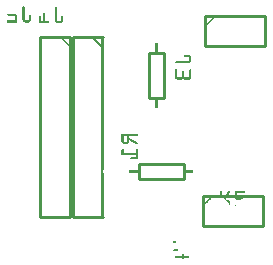
<source format=gbo>
G04 MADE WITH FRITZING*
G04 WWW.FRITZING.ORG*
G04 DOUBLE SIDED*
G04 HOLES PLATED*
G04 CONTOUR ON CENTER OF CONTOUR VECTOR*
%ASAXBY*%
%FSLAX23Y23*%
%MOIN*%
%OFA0B0*%
%SFA1.0B1.0*%
%ADD10C,0.010000*%
%ADD11C,0.005000*%
%ADD12R,0.001000X0.001000*%
%LNSILK0*%
G90*
G70*
G54D10*
X1129Y700D02*
X1129Y550D01*
D02*
X1129Y550D02*
X1179Y550D01*
D02*
X1179Y550D02*
X1179Y700D01*
D02*
X1179Y700D02*
X1129Y700D01*
D02*
X1093Y280D02*
X1243Y280D01*
D02*
X1243Y280D02*
X1243Y330D01*
D02*
X1243Y330D02*
X1093Y330D01*
D02*
X1093Y330D02*
X1093Y280D01*
D02*
X1308Y224D02*
X1508Y224D01*
D02*
X1508Y224D02*
X1508Y124D01*
D02*
X1508Y124D02*
X1308Y124D01*
D02*
X1308Y124D02*
X1308Y224D01*
D02*
X1315Y824D02*
X1515Y824D01*
D02*
X1515Y824D02*
X1515Y724D01*
D02*
X1515Y724D02*
X1315Y724D01*
D02*
X1315Y724D02*
X1315Y824D01*
D02*
X865Y755D02*
X865Y155D01*
D02*
X865Y155D02*
X765Y155D01*
D02*
X765Y155D02*
X765Y755D01*
D02*
X765Y755D02*
X865Y755D01*
D02*
X974Y154D02*
X874Y154D01*
D02*
X874Y154D02*
X874Y754D01*
D02*
X874Y754D02*
X974Y754D01*
G54D11*
D02*
X974Y719D02*
X939Y754D01*
G54D12*
X709Y856D02*
X710Y856D01*
X707Y855D02*
X711Y855D01*
X707Y854D02*
X712Y854D01*
X816Y854D02*
X819Y854D01*
X706Y853D02*
X712Y853D01*
X815Y853D02*
X820Y853D01*
X706Y852D02*
X712Y852D01*
X814Y852D02*
X820Y852D01*
X706Y851D02*
X712Y851D01*
X814Y851D02*
X820Y851D01*
X706Y850D02*
X712Y850D01*
X814Y850D02*
X820Y850D01*
X706Y849D02*
X712Y849D01*
X814Y849D02*
X820Y849D01*
X706Y848D02*
X712Y848D01*
X814Y848D02*
X820Y848D01*
X706Y847D02*
X712Y847D01*
X814Y847D02*
X820Y847D01*
X706Y846D02*
X712Y846D01*
X814Y846D02*
X820Y846D01*
X706Y845D02*
X712Y845D01*
X814Y845D02*
X820Y845D01*
X706Y844D02*
X712Y844D01*
X814Y844D02*
X820Y844D01*
X706Y843D02*
X712Y843D01*
X814Y843D02*
X820Y843D01*
X706Y842D02*
X712Y842D01*
X814Y842D02*
X820Y842D01*
X706Y841D02*
X712Y841D01*
X814Y841D02*
X820Y841D01*
X706Y840D02*
X712Y840D01*
X814Y840D02*
X820Y840D01*
X706Y839D02*
X712Y839D01*
X814Y839D02*
X820Y839D01*
X706Y838D02*
X712Y838D01*
X814Y838D02*
X820Y838D01*
X706Y837D02*
X712Y837D01*
X814Y837D02*
X820Y837D01*
X706Y836D02*
X712Y836D01*
X814Y836D02*
X820Y836D01*
X706Y835D02*
X712Y835D01*
X814Y835D02*
X820Y835D01*
X706Y834D02*
X712Y834D01*
X779Y834D02*
X780Y834D01*
X814Y834D02*
X820Y834D01*
X706Y833D02*
X712Y833D01*
X776Y833D02*
X780Y833D01*
X814Y833D02*
X820Y833D01*
X653Y832D02*
X655Y832D01*
X671Y832D02*
X682Y832D01*
X706Y832D02*
X712Y832D01*
X774Y832D02*
X780Y832D01*
X814Y832D02*
X820Y832D01*
X653Y831D02*
X684Y831D01*
X706Y831D02*
X712Y831D01*
X774Y831D02*
X780Y831D01*
X814Y831D02*
X820Y831D01*
X653Y830D02*
X685Y830D01*
X706Y830D02*
X712Y830D01*
X774Y830D02*
X780Y830D01*
X814Y830D02*
X820Y830D01*
X654Y829D02*
X685Y829D01*
X706Y829D02*
X712Y829D01*
X774Y829D02*
X780Y829D01*
X814Y829D02*
X820Y829D01*
X655Y828D02*
X686Y828D01*
X706Y828D02*
X712Y828D01*
X774Y828D02*
X780Y828D01*
X814Y828D02*
X820Y828D01*
X656Y827D02*
X686Y827D01*
X706Y827D02*
X712Y827D01*
X774Y827D02*
X780Y827D01*
X814Y827D02*
X820Y827D01*
X658Y826D02*
X686Y826D01*
X706Y826D02*
X712Y826D01*
X728Y826D02*
X732Y826D01*
X774Y826D02*
X780Y826D01*
X814Y826D02*
X820Y826D01*
X1347Y826D02*
X1348Y826D01*
X680Y825D02*
X686Y825D01*
X706Y825D02*
X712Y825D01*
X728Y825D02*
X732Y825D01*
X763Y825D02*
X764Y825D01*
X774Y825D02*
X780Y825D01*
X814Y825D02*
X820Y825D01*
X837Y825D02*
X839Y825D01*
X1346Y825D02*
X1349Y825D01*
X680Y824D02*
X686Y824D01*
X706Y824D02*
X712Y824D01*
X727Y824D02*
X733Y824D01*
X762Y824D02*
X766Y824D01*
X774Y824D02*
X780Y824D01*
X814Y824D02*
X820Y824D01*
X836Y824D02*
X840Y824D01*
X1345Y824D02*
X1350Y824D01*
X680Y823D02*
X686Y823D01*
X706Y823D02*
X712Y823D01*
X727Y823D02*
X733Y823D01*
X761Y823D02*
X766Y823D01*
X774Y823D02*
X780Y823D01*
X814Y823D02*
X820Y823D01*
X835Y823D02*
X841Y823D01*
X1344Y823D02*
X1350Y823D01*
X680Y822D02*
X686Y822D01*
X706Y822D02*
X712Y822D01*
X727Y822D02*
X733Y822D01*
X761Y822D02*
X767Y822D01*
X774Y822D02*
X780Y822D01*
X814Y822D02*
X820Y822D01*
X835Y822D02*
X841Y822D01*
X1343Y822D02*
X1349Y822D01*
X680Y821D02*
X686Y821D01*
X706Y821D02*
X712Y821D01*
X727Y821D02*
X733Y821D01*
X761Y821D02*
X767Y821D01*
X774Y821D02*
X780Y821D01*
X814Y821D02*
X820Y821D01*
X835Y821D02*
X841Y821D01*
X1342Y821D02*
X1348Y821D01*
X680Y820D02*
X686Y820D01*
X706Y820D02*
X712Y820D01*
X727Y820D02*
X733Y820D01*
X761Y820D02*
X767Y820D01*
X774Y820D02*
X780Y820D01*
X814Y820D02*
X820Y820D01*
X835Y820D02*
X841Y820D01*
X1341Y820D02*
X1347Y820D01*
X680Y819D02*
X686Y819D01*
X706Y819D02*
X712Y819D01*
X727Y819D02*
X733Y819D01*
X761Y819D02*
X767Y819D01*
X774Y819D02*
X780Y819D01*
X814Y819D02*
X820Y819D01*
X835Y819D02*
X841Y819D01*
X1340Y819D02*
X1346Y819D01*
X680Y818D02*
X686Y818D01*
X706Y818D02*
X712Y818D01*
X727Y818D02*
X733Y818D01*
X761Y818D02*
X767Y818D01*
X774Y818D02*
X780Y818D01*
X814Y818D02*
X820Y818D01*
X835Y818D02*
X841Y818D01*
X1339Y818D02*
X1345Y818D01*
X680Y817D02*
X686Y817D01*
X706Y817D02*
X712Y817D01*
X727Y817D02*
X733Y817D01*
X761Y817D02*
X767Y817D01*
X774Y817D02*
X780Y817D01*
X814Y817D02*
X820Y817D01*
X835Y817D02*
X841Y817D01*
X1338Y817D02*
X1344Y817D01*
X680Y816D02*
X686Y816D01*
X706Y816D02*
X712Y816D01*
X727Y816D02*
X733Y816D01*
X761Y816D02*
X767Y816D01*
X774Y816D02*
X780Y816D01*
X814Y816D02*
X820Y816D01*
X835Y816D02*
X841Y816D01*
X1337Y816D02*
X1343Y816D01*
X680Y815D02*
X686Y815D01*
X706Y815D02*
X712Y815D01*
X727Y815D02*
X733Y815D01*
X761Y815D02*
X767Y815D01*
X774Y815D02*
X780Y815D01*
X814Y815D02*
X820Y815D01*
X835Y815D02*
X841Y815D01*
X1336Y815D02*
X1342Y815D01*
X680Y814D02*
X686Y814D01*
X706Y814D02*
X712Y814D01*
X727Y814D02*
X733Y814D01*
X761Y814D02*
X767Y814D01*
X774Y814D02*
X780Y814D01*
X814Y814D02*
X820Y814D01*
X835Y814D02*
X841Y814D01*
X1335Y814D02*
X1341Y814D01*
X680Y813D02*
X686Y813D01*
X706Y813D02*
X712Y813D01*
X727Y813D02*
X733Y813D01*
X761Y813D02*
X767Y813D01*
X774Y813D02*
X780Y813D01*
X814Y813D02*
X820Y813D01*
X835Y813D02*
X841Y813D01*
X1334Y813D02*
X1340Y813D01*
X680Y812D02*
X686Y812D01*
X706Y812D02*
X712Y812D01*
X727Y812D02*
X733Y812D01*
X761Y812D02*
X767Y812D01*
X774Y812D02*
X780Y812D01*
X814Y812D02*
X820Y812D01*
X835Y812D02*
X841Y812D01*
X1333Y812D02*
X1339Y812D01*
X680Y811D02*
X686Y811D01*
X706Y811D02*
X713Y811D01*
X727Y811D02*
X733Y811D01*
X761Y811D02*
X767Y811D01*
X774Y811D02*
X780Y811D01*
X814Y811D02*
X820Y811D01*
X835Y811D02*
X841Y811D01*
X1332Y811D02*
X1338Y811D01*
X680Y810D02*
X686Y810D01*
X707Y810D02*
X714Y810D01*
X726Y810D02*
X733Y810D01*
X761Y810D02*
X767Y810D01*
X774Y810D02*
X780Y810D01*
X814Y810D02*
X821Y810D01*
X835Y810D02*
X841Y810D01*
X1331Y810D02*
X1337Y810D01*
X656Y809D02*
X686Y809D01*
X707Y809D02*
X732Y809D01*
X761Y809D02*
X767Y809D01*
X774Y809D02*
X780Y809D01*
X815Y809D02*
X821Y809D01*
X834Y809D02*
X841Y809D01*
X1330Y809D02*
X1336Y809D01*
X654Y808D02*
X686Y808D01*
X707Y808D02*
X732Y808D01*
X761Y808D02*
X767Y808D01*
X774Y808D02*
X781Y808D01*
X815Y808D02*
X822Y808D01*
X833Y808D02*
X841Y808D01*
X1329Y808D02*
X1334Y808D01*
X653Y807D02*
X686Y807D01*
X708Y807D02*
X731Y807D01*
X761Y807D02*
X793Y807D01*
X815Y807D02*
X840Y807D01*
X1328Y807D02*
X1333Y807D01*
X653Y806D02*
X686Y806D01*
X709Y806D02*
X731Y806D01*
X761Y806D02*
X794Y806D01*
X816Y806D02*
X840Y806D01*
X1327Y806D02*
X1332Y806D01*
X653Y805D02*
X686Y805D01*
X710Y805D02*
X730Y805D01*
X761Y805D02*
X794Y805D01*
X816Y805D02*
X839Y805D01*
X1326Y805D02*
X1331Y805D01*
X653Y804D02*
X686Y804D01*
X711Y804D02*
X728Y804D01*
X761Y804D02*
X794Y804D01*
X817Y804D02*
X838Y804D01*
X1325Y804D02*
X1330Y804D01*
X654Y803D02*
X686Y803D01*
X713Y803D02*
X727Y803D01*
X761Y803D02*
X794Y803D01*
X818Y803D02*
X837Y803D01*
X1324Y803D02*
X1330Y803D01*
X761Y802D02*
X793Y802D01*
X820Y802D02*
X836Y802D01*
X1323Y802D02*
X1329Y802D01*
X763Y801D02*
X792Y801D01*
X822Y801D02*
X833Y801D01*
X1322Y801D02*
X1328Y801D01*
X1321Y800D02*
X1327Y800D01*
X1320Y799D02*
X1326Y799D01*
X1319Y798D02*
X1325Y798D01*
X1318Y797D02*
X1324Y797D01*
X1317Y796D02*
X1323Y796D01*
X1316Y795D02*
X1322Y795D01*
X1315Y794D02*
X1321Y794D01*
X1314Y793D02*
X1320Y793D01*
X1313Y792D02*
X1319Y792D01*
X1314Y791D02*
X1318Y791D01*
X1315Y790D02*
X1317Y790D01*
X1316Y789D02*
X1316Y789D01*
X831Y757D02*
X832Y757D01*
X830Y756D02*
X833Y756D01*
X829Y755D02*
X834Y755D01*
X829Y754D02*
X835Y754D01*
X968Y754D02*
X977Y754D01*
X830Y753D02*
X836Y753D01*
X968Y753D02*
X977Y753D01*
X831Y752D02*
X837Y752D01*
X968Y752D02*
X977Y752D01*
X832Y751D02*
X838Y751D01*
X968Y751D02*
X977Y751D01*
X833Y750D02*
X839Y750D01*
X968Y750D02*
X977Y750D01*
X834Y749D02*
X840Y749D01*
X968Y749D02*
X977Y749D01*
X835Y748D02*
X841Y748D01*
X968Y748D02*
X977Y748D01*
X836Y747D02*
X842Y747D01*
X968Y747D02*
X977Y747D01*
X837Y746D02*
X843Y746D01*
X968Y746D02*
X977Y746D01*
X838Y745D02*
X844Y745D01*
X968Y745D02*
X977Y745D01*
X839Y744D02*
X845Y744D01*
X968Y744D02*
X977Y744D01*
X840Y743D02*
X846Y743D01*
X968Y743D02*
X977Y743D01*
X841Y742D02*
X847Y742D01*
X968Y742D02*
X977Y742D01*
X842Y741D02*
X848Y741D01*
X968Y741D02*
X977Y741D01*
X844Y740D02*
X849Y740D01*
X968Y740D02*
X977Y740D01*
X845Y739D02*
X850Y739D01*
X968Y739D02*
X977Y739D01*
X846Y738D02*
X851Y738D01*
X968Y738D02*
X977Y738D01*
X847Y737D02*
X852Y737D01*
X968Y737D02*
X977Y737D01*
X848Y736D02*
X853Y736D01*
X968Y736D02*
X977Y736D01*
X849Y735D02*
X854Y735D01*
X968Y735D02*
X977Y735D01*
X849Y734D02*
X855Y734D01*
X968Y734D02*
X977Y734D01*
X850Y733D02*
X856Y733D01*
X968Y733D02*
X977Y733D01*
X1149Y733D02*
X1158Y733D01*
X851Y732D02*
X857Y732D01*
X968Y732D02*
X977Y732D01*
X1149Y732D02*
X1158Y732D01*
X852Y731D02*
X858Y731D01*
X968Y731D02*
X977Y731D01*
X1149Y731D02*
X1158Y731D01*
X853Y730D02*
X859Y730D01*
X968Y730D02*
X977Y730D01*
X1149Y730D02*
X1158Y730D01*
X854Y729D02*
X860Y729D01*
X968Y729D02*
X977Y729D01*
X1149Y729D02*
X1158Y729D01*
X855Y728D02*
X861Y728D01*
X968Y728D02*
X977Y728D01*
X1149Y728D02*
X1158Y728D01*
X856Y727D02*
X862Y727D01*
X968Y727D02*
X977Y727D01*
X1149Y727D02*
X1158Y727D01*
X857Y726D02*
X863Y726D01*
X968Y726D02*
X977Y726D01*
X1149Y726D02*
X1158Y726D01*
X858Y725D02*
X864Y725D01*
X968Y725D02*
X977Y725D01*
X1149Y725D02*
X1158Y725D01*
X859Y724D02*
X865Y724D01*
X968Y724D02*
X977Y724D01*
X1149Y724D02*
X1158Y724D01*
X860Y723D02*
X866Y723D01*
X968Y723D02*
X977Y723D01*
X1149Y723D02*
X1158Y723D01*
X861Y722D02*
X865Y722D01*
X968Y722D02*
X977Y722D01*
X1149Y722D02*
X1158Y722D01*
X862Y721D02*
X864Y721D01*
X968Y721D02*
X977Y721D01*
X1149Y721D02*
X1158Y721D01*
X863Y720D02*
X863Y720D01*
X968Y720D02*
X977Y720D01*
X1149Y720D02*
X1158Y720D01*
X968Y719D02*
X977Y719D01*
X1149Y719D02*
X1158Y719D01*
X968Y718D02*
X977Y718D01*
X1149Y718D02*
X1158Y718D01*
X968Y717D02*
X977Y717D01*
X1149Y717D02*
X1158Y717D01*
X968Y716D02*
X977Y716D01*
X1149Y716D02*
X1158Y716D01*
X968Y715D02*
X977Y715D01*
X1149Y715D02*
X1158Y715D01*
X968Y714D02*
X977Y714D01*
X1149Y714D02*
X1158Y714D01*
X968Y713D02*
X977Y713D01*
X1149Y713D02*
X1158Y713D01*
X968Y712D02*
X977Y712D01*
X1149Y712D02*
X1158Y712D01*
X968Y711D02*
X977Y711D01*
X1149Y711D02*
X1158Y711D01*
X968Y710D02*
X977Y710D01*
X1149Y710D02*
X1158Y710D01*
X968Y709D02*
X977Y709D01*
X1149Y709D02*
X1158Y709D01*
X968Y708D02*
X977Y708D01*
X1149Y708D02*
X1158Y708D01*
X968Y707D02*
X977Y707D01*
X1149Y707D02*
X1158Y707D01*
X968Y706D02*
X977Y706D01*
X1149Y706D02*
X1158Y706D01*
X968Y705D02*
X977Y705D01*
X1149Y705D02*
X1158Y705D01*
X968Y704D02*
X977Y704D01*
X1149Y704D02*
X1158Y704D01*
X968Y703D02*
X977Y703D01*
X1149Y703D02*
X1158Y703D01*
X968Y702D02*
X977Y702D01*
X1149Y702D02*
X1158Y702D01*
X968Y701D02*
X977Y701D01*
X968Y700D02*
X977Y700D01*
X968Y699D02*
X977Y699D01*
X968Y698D02*
X977Y698D01*
X968Y697D02*
X977Y697D01*
X968Y696D02*
X977Y696D01*
X968Y695D02*
X977Y695D01*
X968Y694D02*
X977Y694D01*
X1248Y694D02*
X1258Y694D01*
X968Y693D02*
X977Y693D01*
X1245Y693D02*
X1262Y693D01*
X968Y692D02*
X977Y692D01*
X1245Y692D02*
X1264Y692D01*
X968Y691D02*
X977Y691D01*
X1244Y691D02*
X1265Y691D01*
X968Y690D02*
X977Y690D01*
X1244Y690D02*
X1266Y690D01*
X968Y689D02*
X977Y689D01*
X1245Y689D02*
X1266Y689D01*
X968Y688D02*
X977Y688D01*
X1245Y688D02*
X1267Y688D01*
X968Y687D02*
X977Y687D01*
X1259Y687D02*
X1267Y687D01*
X968Y686D02*
X977Y686D01*
X1261Y686D02*
X1268Y686D01*
X968Y685D02*
X977Y685D01*
X1262Y685D02*
X1268Y685D01*
X968Y684D02*
X977Y684D01*
X1262Y684D02*
X1268Y684D01*
X968Y683D02*
X977Y683D01*
X1262Y683D02*
X1268Y683D01*
X968Y682D02*
X977Y682D01*
X1262Y682D02*
X1268Y682D01*
X968Y681D02*
X977Y681D01*
X1262Y681D02*
X1268Y681D01*
X968Y680D02*
X977Y680D01*
X1262Y680D02*
X1268Y680D01*
X968Y679D02*
X977Y679D01*
X1262Y679D02*
X1268Y679D01*
X968Y678D02*
X977Y678D01*
X1262Y678D02*
X1268Y678D01*
X968Y677D02*
X977Y677D01*
X1262Y677D02*
X1268Y677D01*
X968Y676D02*
X977Y676D01*
X1262Y676D02*
X1268Y676D01*
X968Y675D02*
X977Y675D01*
X1261Y675D02*
X1268Y675D01*
X968Y674D02*
X977Y674D01*
X1260Y674D02*
X1268Y674D01*
X968Y673D02*
X977Y673D01*
X1217Y673D02*
X1267Y673D01*
X968Y672D02*
X977Y672D01*
X1216Y672D02*
X1267Y672D01*
X968Y671D02*
X977Y671D01*
X1215Y671D02*
X1266Y671D01*
X968Y670D02*
X977Y670D01*
X1215Y670D02*
X1265Y670D01*
X968Y669D02*
X977Y669D01*
X1215Y669D02*
X1264Y669D01*
X968Y668D02*
X977Y668D01*
X1215Y668D02*
X1263Y668D01*
X968Y667D02*
X977Y667D01*
X1216Y667D02*
X1261Y667D01*
X968Y666D02*
X977Y666D01*
X968Y665D02*
X977Y665D01*
X968Y664D02*
X977Y664D01*
X968Y663D02*
X977Y663D01*
X968Y662D02*
X977Y662D01*
X968Y661D02*
X977Y661D01*
X968Y660D02*
X977Y660D01*
X968Y659D02*
X977Y659D01*
X968Y658D02*
X977Y658D01*
X968Y657D02*
X977Y657D01*
X968Y656D02*
X977Y656D01*
X968Y655D02*
X977Y655D01*
X968Y654D02*
X977Y654D01*
X968Y653D02*
X977Y653D01*
X968Y652D02*
X977Y652D01*
X968Y651D02*
X977Y651D01*
X968Y650D02*
X977Y650D01*
X968Y649D02*
X977Y649D01*
X968Y648D02*
X977Y648D01*
X968Y647D02*
X977Y647D01*
X1217Y647D02*
X1219Y647D01*
X1264Y647D02*
X1266Y647D01*
X968Y646D02*
X977Y646D01*
X1216Y646D02*
X1220Y646D01*
X1263Y646D02*
X1267Y646D01*
X968Y645D02*
X977Y645D01*
X1215Y645D02*
X1221Y645D01*
X1262Y645D02*
X1268Y645D01*
X968Y644D02*
X977Y644D01*
X1215Y644D02*
X1221Y644D01*
X1262Y644D02*
X1268Y644D01*
X968Y643D02*
X977Y643D01*
X1215Y643D02*
X1221Y643D01*
X1262Y643D02*
X1268Y643D01*
X968Y642D02*
X977Y642D01*
X1215Y642D02*
X1221Y642D01*
X1262Y642D02*
X1268Y642D01*
X968Y641D02*
X977Y641D01*
X1215Y641D02*
X1221Y641D01*
X1262Y641D02*
X1268Y641D01*
X968Y640D02*
X977Y640D01*
X1215Y640D02*
X1221Y640D01*
X1240Y640D02*
X1242Y640D01*
X1262Y640D02*
X1268Y640D01*
X968Y639D02*
X977Y639D01*
X1215Y639D02*
X1221Y639D01*
X1239Y639D02*
X1244Y639D01*
X1262Y639D02*
X1268Y639D01*
X968Y638D02*
X977Y638D01*
X1215Y638D02*
X1221Y638D01*
X1239Y638D02*
X1244Y638D01*
X1262Y638D02*
X1268Y638D01*
X968Y637D02*
X977Y637D01*
X1215Y637D02*
X1221Y637D01*
X1238Y637D02*
X1244Y637D01*
X1262Y637D02*
X1268Y637D01*
X968Y636D02*
X977Y636D01*
X1215Y636D02*
X1221Y636D01*
X1238Y636D02*
X1244Y636D01*
X1262Y636D02*
X1268Y636D01*
X968Y635D02*
X977Y635D01*
X1215Y635D02*
X1221Y635D01*
X1238Y635D02*
X1244Y635D01*
X1262Y635D02*
X1268Y635D01*
X968Y634D02*
X977Y634D01*
X1215Y634D02*
X1221Y634D01*
X1238Y634D02*
X1244Y634D01*
X1262Y634D02*
X1268Y634D01*
X968Y633D02*
X977Y633D01*
X1215Y633D02*
X1221Y633D01*
X1238Y633D02*
X1244Y633D01*
X1262Y633D02*
X1268Y633D01*
X968Y632D02*
X977Y632D01*
X1215Y632D02*
X1221Y632D01*
X1238Y632D02*
X1244Y632D01*
X1262Y632D02*
X1268Y632D01*
X968Y631D02*
X977Y631D01*
X1215Y631D02*
X1221Y631D01*
X1238Y631D02*
X1244Y631D01*
X1262Y631D02*
X1268Y631D01*
X968Y630D02*
X977Y630D01*
X1215Y630D02*
X1221Y630D01*
X1238Y630D02*
X1244Y630D01*
X1262Y630D02*
X1268Y630D01*
X968Y629D02*
X977Y629D01*
X1215Y629D02*
X1221Y629D01*
X1238Y629D02*
X1244Y629D01*
X1262Y629D02*
X1268Y629D01*
X968Y628D02*
X977Y628D01*
X1215Y628D02*
X1221Y628D01*
X1238Y628D02*
X1244Y628D01*
X1262Y628D02*
X1268Y628D01*
X968Y627D02*
X977Y627D01*
X1215Y627D02*
X1221Y627D01*
X1238Y627D02*
X1244Y627D01*
X1262Y627D02*
X1268Y627D01*
X968Y626D02*
X977Y626D01*
X1215Y626D02*
X1221Y626D01*
X1238Y626D02*
X1244Y626D01*
X1262Y626D02*
X1268Y626D01*
X968Y625D02*
X977Y625D01*
X1215Y625D02*
X1221Y625D01*
X1238Y625D02*
X1244Y625D01*
X1262Y625D02*
X1268Y625D01*
X968Y624D02*
X977Y624D01*
X1215Y624D02*
X1221Y624D01*
X1238Y624D02*
X1244Y624D01*
X1262Y624D02*
X1268Y624D01*
X968Y623D02*
X977Y623D01*
X1215Y623D02*
X1221Y623D01*
X1238Y623D02*
X1244Y623D01*
X1262Y623D02*
X1268Y623D01*
X968Y622D02*
X977Y622D01*
X1215Y622D02*
X1221Y622D01*
X1238Y622D02*
X1245Y622D01*
X1262Y622D02*
X1268Y622D01*
X968Y621D02*
X977Y621D01*
X1215Y621D02*
X1221Y621D01*
X1237Y621D02*
X1245Y621D01*
X1262Y621D02*
X1268Y621D01*
X968Y620D02*
X977Y620D01*
X1215Y620D02*
X1221Y620D01*
X1236Y620D02*
X1247Y620D01*
X1262Y620D02*
X1268Y620D01*
X968Y619D02*
X977Y619D01*
X1215Y619D02*
X1268Y619D01*
X968Y618D02*
X977Y618D01*
X1215Y618D02*
X1268Y618D01*
X968Y617D02*
X977Y617D01*
X1215Y617D02*
X1267Y617D01*
X968Y616D02*
X977Y616D01*
X1216Y616D02*
X1267Y616D01*
X968Y615D02*
X977Y615D01*
X1217Y615D02*
X1240Y615D01*
X1242Y615D02*
X1266Y615D01*
X968Y614D02*
X977Y614D01*
X1218Y614D02*
X1239Y614D01*
X1244Y614D02*
X1265Y614D01*
X968Y613D02*
X977Y613D01*
X1220Y613D02*
X1236Y613D01*
X1246Y613D02*
X1263Y613D01*
X968Y612D02*
X977Y612D01*
X968Y611D02*
X977Y611D01*
X968Y610D02*
X977Y610D01*
X968Y609D02*
X977Y609D01*
X968Y608D02*
X977Y608D01*
X968Y607D02*
X977Y607D01*
X968Y606D02*
X977Y606D01*
X968Y605D02*
X977Y605D01*
X968Y604D02*
X977Y604D01*
X968Y603D02*
X977Y603D01*
X968Y602D02*
X977Y602D01*
X968Y601D02*
X977Y601D01*
X968Y600D02*
X977Y600D01*
X968Y599D02*
X977Y599D01*
X968Y598D02*
X977Y598D01*
X968Y597D02*
X977Y597D01*
X968Y596D02*
X977Y596D01*
X968Y595D02*
X977Y595D01*
X968Y594D02*
X977Y594D01*
X968Y593D02*
X977Y593D01*
X968Y592D02*
X977Y592D01*
X968Y591D02*
X977Y591D01*
X968Y590D02*
X977Y590D01*
X968Y589D02*
X977Y589D01*
X968Y588D02*
X977Y588D01*
X968Y587D02*
X977Y587D01*
X968Y586D02*
X977Y586D01*
X968Y585D02*
X977Y585D01*
X968Y584D02*
X977Y584D01*
X968Y583D02*
X977Y583D01*
X968Y582D02*
X977Y582D01*
X968Y581D02*
X977Y581D01*
X968Y580D02*
X977Y580D01*
X968Y579D02*
X977Y579D01*
X968Y578D02*
X977Y578D01*
X968Y577D02*
X977Y577D01*
X968Y576D02*
X977Y576D01*
X968Y575D02*
X977Y575D01*
X968Y574D02*
X977Y574D01*
X968Y573D02*
X977Y573D01*
X968Y572D02*
X977Y572D01*
X968Y571D02*
X977Y571D01*
X968Y570D02*
X977Y570D01*
X968Y569D02*
X977Y569D01*
X968Y568D02*
X977Y568D01*
X968Y567D02*
X977Y567D01*
X968Y566D02*
X977Y566D01*
X968Y565D02*
X977Y565D01*
X968Y564D02*
X977Y564D01*
X968Y563D02*
X977Y563D01*
X968Y562D02*
X977Y562D01*
X968Y561D02*
X977Y561D01*
X968Y560D02*
X977Y560D01*
X968Y559D02*
X977Y559D01*
X968Y558D02*
X977Y558D01*
X968Y557D02*
X977Y557D01*
X968Y556D02*
X977Y556D01*
X968Y555D02*
X977Y555D01*
X968Y554D02*
X977Y554D01*
X968Y553D02*
X977Y553D01*
X968Y552D02*
X977Y552D01*
X968Y551D02*
X977Y551D01*
X1149Y551D02*
X1158Y551D01*
X968Y550D02*
X977Y550D01*
X1149Y550D02*
X1158Y550D01*
X968Y549D02*
X977Y549D01*
X1149Y549D02*
X1158Y549D01*
X968Y548D02*
X977Y548D01*
X1149Y548D02*
X1158Y548D01*
X968Y547D02*
X977Y547D01*
X1149Y547D02*
X1158Y547D01*
X968Y546D02*
X977Y546D01*
X1149Y546D02*
X1158Y546D01*
X968Y545D02*
X977Y545D01*
X1149Y545D02*
X1158Y545D01*
X968Y544D02*
X977Y544D01*
X1149Y544D02*
X1158Y544D01*
X968Y543D02*
X977Y543D01*
X1149Y543D02*
X1158Y543D01*
X968Y542D02*
X977Y542D01*
X1149Y542D02*
X1158Y542D01*
X968Y541D02*
X977Y541D01*
X1149Y541D02*
X1158Y541D01*
X968Y540D02*
X977Y540D01*
X1149Y540D02*
X1158Y540D01*
X968Y539D02*
X977Y539D01*
X1149Y539D02*
X1158Y539D01*
X968Y538D02*
X977Y538D01*
X1149Y538D02*
X1158Y538D01*
X968Y537D02*
X977Y537D01*
X1149Y537D02*
X1158Y537D01*
X968Y536D02*
X977Y536D01*
X1149Y536D02*
X1158Y536D01*
X968Y535D02*
X977Y535D01*
X1149Y535D02*
X1158Y535D01*
X968Y534D02*
X977Y534D01*
X1149Y534D02*
X1158Y534D01*
X968Y533D02*
X977Y533D01*
X1149Y533D02*
X1158Y533D01*
X968Y532D02*
X977Y532D01*
X1149Y532D02*
X1158Y532D01*
X968Y531D02*
X977Y531D01*
X1149Y531D02*
X1158Y531D01*
X968Y530D02*
X977Y530D01*
X1149Y530D02*
X1158Y530D01*
X968Y529D02*
X977Y529D01*
X1149Y529D02*
X1158Y529D01*
X968Y528D02*
X977Y528D01*
X1149Y528D02*
X1158Y528D01*
X968Y527D02*
X977Y527D01*
X1149Y527D02*
X1158Y527D01*
X968Y526D02*
X977Y526D01*
X1149Y526D02*
X1158Y526D01*
X968Y525D02*
X977Y525D01*
X1149Y525D02*
X1158Y525D01*
X968Y524D02*
X977Y524D01*
X1149Y524D02*
X1158Y524D01*
X968Y523D02*
X977Y523D01*
X1149Y523D02*
X1158Y523D01*
X968Y522D02*
X977Y522D01*
X1149Y522D02*
X1158Y522D01*
X968Y521D02*
X977Y521D01*
X1149Y521D02*
X1158Y521D01*
X968Y520D02*
X977Y520D01*
X1149Y520D02*
X1158Y520D01*
X968Y519D02*
X977Y519D01*
X1149Y519D02*
X1158Y519D01*
X968Y518D02*
X977Y518D01*
X968Y517D02*
X977Y517D01*
X968Y516D02*
X977Y516D01*
X968Y515D02*
X977Y515D01*
X968Y514D02*
X977Y514D01*
X968Y513D02*
X977Y513D01*
X968Y512D02*
X977Y512D01*
X968Y511D02*
X977Y511D01*
X968Y510D02*
X977Y510D01*
X968Y509D02*
X977Y509D01*
X968Y508D02*
X977Y508D01*
X968Y507D02*
X977Y507D01*
X968Y506D02*
X977Y506D01*
X968Y505D02*
X977Y505D01*
X968Y504D02*
X977Y504D01*
X968Y503D02*
X977Y503D01*
X968Y502D02*
X977Y502D01*
X968Y501D02*
X977Y501D01*
X968Y500D02*
X977Y500D01*
X968Y499D02*
X977Y499D01*
X968Y498D02*
X977Y498D01*
X968Y497D02*
X977Y497D01*
X968Y496D02*
X977Y496D01*
X968Y495D02*
X977Y495D01*
X968Y494D02*
X977Y494D01*
X968Y493D02*
X977Y493D01*
X968Y492D02*
X977Y492D01*
X968Y491D02*
X977Y491D01*
X968Y490D02*
X977Y490D01*
X968Y489D02*
X977Y489D01*
X968Y488D02*
X977Y488D01*
X968Y487D02*
X977Y487D01*
X968Y486D02*
X977Y486D01*
X968Y485D02*
X977Y485D01*
X968Y484D02*
X977Y484D01*
X968Y483D02*
X977Y483D01*
X968Y482D02*
X977Y482D01*
X968Y481D02*
X977Y481D01*
X968Y480D02*
X977Y480D01*
X968Y479D02*
X977Y479D01*
X968Y478D02*
X977Y478D01*
X968Y477D02*
X977Y477D01*
X968Y476D02*
X977Y476D01*
X968Y475D02*
X977Y475D01*
X968Y474D02*
X977Y474D01*
X968Y473D02*
X977Y473D01*
X968Y472D02*
X977Y472D01*
X968Y471D02*
X977Y471D01*
X968Y470D02*
X977Y470D01*
X968Y469D02*
X977Y469D01*
X968Y468D02*
X977Y468D01*
X968Y467D02*
X977Y467D01*
X968Y466D02*
X977Y466D01*
X968Y465D02*
X977Y465D01*
X968Y464D02*
X977Y464D01*
X968Y463D02*
X977Y463D01*
X968Y462D02*
X977Y462D01*
X968Y461D02*
X977Y461D01*
X968Y460D02*
X977Y460D01*
X968Y459D02*
X977Y459D01*
X968Y458D02*
X977Y458D01*
X968Y457D02*
X977Y457D01*
X968Y456D02*
X977Y456D01*
X968Y455D02*
X977Y455D01*
X968Y454D02*
X977Y454D01*
X968Y453D02*
X977Y453D01*
X968Y452D02*
X977Y452D01*
X968Y451D02*
X977Y451D01*
X968Y450D02*
X977Y450D01*
X968Y449D02*
X977Y449D01*
X968Y448D02*
X977Y448D01*
X968Y447D02*
X977Y447D01*
X968Y446D02*
X977Y446D01*
X968Y445D02*
X977Y445D01*
X968Y444D02*
X977Y444D01*
X968Y443D02*
X977Y443D01*
X968Y442D02*
X977Y442D01*
X968Y441D02*
X977Y441D01*
X968Y440D02*
X977Y440D01*
X968Y439D02*
X977Y439D01*
X968Y438D02*
X977Y438D01*
X968Y437D02*
X977Y437D01*
X968Y436D02*
X977Y436D01*
X968Y435D02*
X977Y435D01*
X968Y434D02*
X977Y434D01*
X968Y433D02*
X977Y433D01*
X968Y432D02*
X977Y432D01*
X968Y431D02*
X977Y431D01*
X968Y430D02*
X977Y430D01*
X1036Y430D02*
X1088Y430D01*
X968Y429D02*
X977Y429D01*
X1036Y429D02*
X1089Y429D01*
X968Y428D02*
X977Y428D01*
X1036Y428D02*
X1089Y428D01*
X968Y427D02*
X977Y427D01*
X1036Y427D02*
X1089Y427D01*
X968Y426D02*
X977Y426D01*
X1036Y426D02*
X1089Y426D01*
X968Y425D02*
X977Y425D01*
X1036Y425D02*
X1088Y425D01*
X968Y424D02*
X977Y424D01*
X1036Y424D02*
X1086Y424D01*
X968Y423D02*
X977Y423D01*
X1036Y423D02*
X1042Y423D01*
X1054Y423D02*
X1060Y423D01*
X968Y422D02*
X977Y422D01*
X1036Y422D02*
X1042Y422D01*
X1054Y422D02*
X1060Y422D01*
X968Y421D02*
X977Y421D01*
X1036Y421D02*
X1042Y421D01*
X1054Y421D02*
X1060Y421D01*
X968Y420D02*
X977Y420D01*
X1036Y420D02*
X1042Y420D01*
X1054Y420D02*
X1060Y420D01*
X968Y419D02*
X977Y419D01*
X1036Y419D02*
X1042Y419D01*
X1054Y419D02*
X1060Y419D01*
X968Y418D02*
X977Y418D01*
X1036Y418D02*
X1042Y418D01*
X1054Y418D02*
X1062Y418D01*
X968Y417D02*
X977Y417D01*
X1036Y417D02*
X1042Y417D01*
X1054Y417D02*
X1064Y417D01*
X968Y416D02*
X977Y416D01*
X1036Y416D02*
X1042Y416D01*
X1054Y416D02*
X1065Y416D01*
X968Y415D02*
X977Y415D01*
X1036Y415D02*
X1042Y415D01*
X1054Y415D02*
X1067Y415D01*
X968Y414D02*
X977Y414D01*
X1036Y414D02*
X1042Y414D01*
X1054Y414D02*
X1069Y414D01*
X968Y413D02*
X977Y413D01*
X1036Y413D02*
X1042Y413D01*
X1054Y413D02*
X1070Y413D01*
X968Y412D02*
X977Y412D01*
X1036Y412D02*
X1042Y412D01*
X1054Y412D02*
X1072Y412D01*
X968Y411D02*
X977Y411D01*
X1036Y411D02*
X1042Y411D01*
X1054Y411D02*
X1074Y411D01*
X968Y410D02*
X977Y410D01*
X1036Y410D02*
X1042Y410D01*
X1054Y410D02*
X1060Y410D01*
X1062Y410D02*
X1076Y410D01*
X968Y409D02*
X977Y409D01*
X1036Y409D02*
X1042Y409D01*
X1054Y409D02*
X1060Y409D01*
X1064Y409D02*
X1077Y409D01*
X968Y408D02*
X977Y408D01*
X1036Y408D02*
X1042Y408D01*
X1054Y408D02*
X1060Y408D01*
X1066Y408D02*
X1079Y408D01*
X968Y407D02*
X977Y407D01*
X1036Y407D02*
X1042Y407D01*
X1054Y407D02*
X1060Y407D01*
X1068Y407D02*
X1081Y407D01*
X968Y406D02*
X977Y406D01*
X1036Y406D02*
X1042Y406D01*
X1054Y406D02*
X1060Y406D01*
X1069Y406D02*
X1082Y406D01*
X968Y405D02*
X977Y405D01*
X1036Y405D02*
X1043Y405D01*
X1053Y405D02*
X1060Y405D01*
X1071Y405D02*
X1084Y405D01*
X968Y404D02*
X977Y404D01*
X1037Y404D02*
X1044Y404D01*
X1052Y404D02*
X1059Y404D01*
X1073Y404D02*
X1086Y404D01*
X968Y403D02*
X977Y403D01*
X1037Y403D02*
X1059Y403D01*
X1074Y403D02*
X1087Y403D01*
X968Y402D02*
X977Y402D01*
X1037Y402D02*
X1059Y402D01*
X1076Y402D02*
X1089Y402D01*
X968Y401D02*
X977Y401D01*
X1038Y401D02*
X1058Y401D01*
X1078Y401D02*
X1089Y401D01*
X968Y400D02*
X977Y400D01*
X1039Y400D02*
X1057Y400D01*
X1080Y400D02*
X1089Y400D01*
X968Y399D02*
X977Y399D01*
X1040Y399D02*
X1056Y399D01*
X1081Y399D02*
X1089Y399D01*
X968Y398D02*
X977Y398D01*
X1041Y398D02*
X1055Y398D01*
X1083Y398D02*
X1089Y398D01*
X968Y397D02*
X977Y397D01*
X1043Y397D02*
X1053Y397D01*
X1085Y397D02*
X1088Y397D01*
X968Y396D02*
X977Y396D01*
X968Y395D02*
X977Y395D01*
X968Y394D02*
X977Y394D01*
X968Y393D02*
X977Y393D01*
X968Y392D02*
X977Y392D01*
X968Y391D02*
X977Y391D01*
X968Y390D02*
X977Y390D01*
X968Y389D02*
X977Y389D01*
X968Y388D02*
X977Y388D01*
X968Y387D02*
X977Y387D01*
X968Y386D02*
X977Y386D01*
X968Y385D02*
X977Y385D01*
X968Y384D02*
X977Y384D01*
X968Y383D02*
X977Y383D01*
X968Y382D02*
X977Y382D01*
X968Y381D02*
X977Y381D01*
X968Y380D02*
X977Y380D01*
X1038Y380D02*
X1041Y380D01*
X1085Y380D02*
X1088Y380D01*
X968Y379D02*
X977Y379D01*
X1037Y379D02*
X1042Y379D01*
X1084Y379D02*
X1089Y379D01*
X968Y378D02*
X977Y378D01*
X1036Y378D02*
X1042Y378D01*
X1084Y378D02*
X1089Y378D01*
X968Y377D02*
X977Y377D01*
X1036Y377D02*
X1042Y377D01*
X1083Y377D02*
X1089Y377D01*
X968Y376D02*
X977Y376D01*
X1036Y376D02*
X1042Y376D01*
X1083Y376D02*
X1089Y376D01*
X968Y375D02*
X977Y375D01*
X1036Y375D02*
X1042Y375D01*
X1083Y375D02*
X1089Y375D01*
X968Y374D02*
X977Y374D01*
X1036Y374D02*
X1042Y374D01*
X1083Y374D02*
X1089Y374D01*
X968Y373D02*
X977Y373D01*
X1036Y373D02*
X1042Y373D01*
X1083Y373D02*
X1089Y373D01*
X968Y372D02*
X977Y372D01*
X1036Y372D02*
X1042Y372D01*
X1083Y372D02*
X1089Y372D01*
X968Y371D02*
X977Y371D01*
X1036Y371D02*
X1042Y371D01*
X1083Y371D02*
X1089Y371D01*
X968Y370D02*
X977Y370D01*
X1036Y370D02*
X1042Y370D01*
X1083Y370D02*
X1089Y370D01*
X968Y369D02*
X977Y369D01*
X1036Y369D02*
X1042Y369D01*
X1083Y369D02*
X1089Y369D01*
X968Y368D02*
X977Y368D01*
X1036Y368D02*
X1042Y368D01*
X1083Y368D02*
X1089Y368D01*
X968Y367D02*
X977Y367D01*
X1036Y367D02*
X1043Y367D01*
X1083Y367D02*
X1089Y367D01*
X968Y366D02*
X977Y366D01*
X1036Y366D02*
X1089Y366D01*
X968Y365D02*
X977Y365D01*
X1036Y365D02*
X1089Y365D01*
X968Y364D02*
X977Y364D01*
X1036Y364D02*
X1089Y364D01*
X968Y363D02*
X977Y363D01*
X1036Y363D02*
X1089Y363D01*
X968Y362D02*
X977Y362D01*
X1036Y362D02*
X1089Y362D01*
X968Y361D02*
X977Y361D01*
X1036Y361D02*
X1089Y361D01*
X968Y360D02*
X977Y360D01*
X1037Y360D02*
X1089Y360D01*
X968Y359D02*
X977Y359D01*
X1083Y359D02*
X1089Y359D01*
X968Y358D02*
X977Y358D01*
X1083Y358D02*
X1089Y358D01*
X968Y357D02*
X977Y357D01*
X1083Y357D02*
X1089Y357D01*
X968Y356D02*
X977Y356D01*
X1083Y356D02*
X1089Y356D01*
X968Y355D02*
X977Y355D01*
X1083Y355D02*
X1089Y355D01*
X968Y354D02*
X977Y354D01*
X1083Y354D02*
X1089Y354D01*
X968Y353D02*
X977Y353D01*
X1068Y353D02*
X1089Y353D01*
X968Y352D02*
X977Y352D01*
X1067Y352D02*
X1089Y352D01*
X968Y351D02*
X977Y351D01*
X1066Y351D02*
X1089Y351D01*
X968Y350D02*
X977Y350D01*
X1066Y350D02*
X1089Y350D01*
X968Y349D02*
X977Y349D01*
X1066Y349D02*
X1089Y349D01*
X968Y348D02*
X977Y348D01*
X1066Y348D02*
X1089Y348D01*
X968Y347D02*
X977Y347D01*
X1067Y347D02*
X1088Y347D01*
X968Y346D02*
X977Y346D01*
X968Y345D02*
X977Y345D01*
X968Y344D02*
X977Y344D01*
X968Y343D02*
X977Y343D01*
X968Y342D02*
X977Y342D01*
X968Y341D02*
X977Y341D01*
X968Y340D02*
X977Y340D01*
X968Y339D02*
X977Y339D01*
X968Y338D02*
X977Y338D01*
X968Y337D02*
X977Y337D01*
X968Y336D02*
X977Y336D01*
X968Y335D02*
X977Y335D01*
X968Y334D02*
X977Y334D01*
X968Y333D02*
X977Y333D01*
X968Y332D02*
X977Y332D01*
X968Y331D02*
X977Y331D01*
X968Y330D02*
X977Y330D01*
X968Y329D02*
X977Y329D01*
X968Y328D02*
X977Y328D01*
X968Y327D02*
X977Y327D01*
X968Y326D02*
X977Y326D01*
X968Y325D02*
X977Y325D01*
X968Y324D02*
X977Y324D01*
X968Y323D02*
X977Y323D01*
X968Y322D02*
X977Y322D01*
X968Y321D02*
X977Y321D01*
X968Y320D02*
X977Y320D01*
X968Y319D02*
X977Y319D01*
X968Y318D02*
X977Y318D01*
X968Y317D02*
X977Y317D01*
X968Y316D02*
X976Y316D01*
X968Y315D02*
X976Y315D01*
X968Y314D02*
X976Y314D01*
X968Y313D02*
X976Y313D01*
X968Y312D02*
X976Y312D01*
X968Y311D02*
X975Y311D01*
X1061Y311D02*
X1091Y311D01*
X1243Y311D02*
X1275Y311D01*
X968Y310D02*
X975Y310D01*
X1061Y310D02*
X1092Y310D01*
X1243Y310D02*
X1275Y310D01*
X968Y309D02*
X975Y309D01*
X1061Y309D02*
X1092Y309D01*
X1243Y309D02*
X1275Y309D01*
X968Y308D02*
X975Y308D01*
X1061Y308D02*
X1092Y308D01*
X1243Y308D02*
X1275Y308D01*
X968Y307D02*
X975Y307D01*
X1061Y307D02*
X1092Y307D01*
X1243Y307D02*
X1275Y307D01*
X968Y306D02*
X975Y306D01*
X1061Y306D02*
X1092Y306D01*
X1243Y306D02*
X1275Y306D01*
X968Y305D02*
X975Y305D01*
X1061Y305D02*
X1092Y305D01*
X1243Y305D02*
X1275Y305D01*
X968Y304D02*
X975Y304D01*
X1061Y304D02*
X1092Y304D01*
X1243Y304D02*
X1275Y304D01*
X968Y303D02*
X975Y303D01*
X1061Y303D02*
X1092Y303D01*
X1243Y303D02*
X1275Y303D01*
X968Y302D02*
X975Y302D01*
X1061Y302D02*
X1092Y302D01*
X1243Y302D02*
X1275Y302D01*
X968Y301D02*
X975Y301D01*
X968Y300D02*
X975Y300D01*
X968Y299D02*
X976Y299D01*
X968Y298D02*
X976Y298D01*
X968Y297D02*
X976Y297D01*
X968Y296D02*
X976Y296D01*
X968Y295D02*
X976Y295D01*
X968Y294D02*
X977Y294D01*
X968Y293D02*
X977Y293D01*
X968Y292D02*
X977Y292D01*
X968Y291D02*
X977Y291D01*
X968Y290D02*
X977Y290D01*
X968Y289D02*
X977Y289D01*
X968Y288D02*
X977Y288D01*
X968Y287D02*
X977Y287D01*
X968Y286D02*
X977Y286D01*
X968Y285D02*
X977Y285D01*
X968Y284D02*
X977Y284D01*
X968Y283D02*
X977Y283D01*
X968Y282D02*
X977Y282D01*
X968Y281D02*
X977Y281D01*
X968Y280D02*
X977Y280D01*
X968Y279D02*
X977Y279D01*
X968Y278D02*
X977Y278D01*
X968Y277D02*
X977Y277D01*
X968Y276D02*
X977Y276D01*
X968Y275D02*
X977Y275D01*
X968Y274D02*
X977Y274D01*
X968Y273D02*
X977Y273D01*
X968Y272D02*
X977Y272D01*
X968Y271D02*
X977Y271D01*
X968Y270D02*
X977Y270D01*
X968Y269D02*
X977Y269D01*
X968Y268D02*
X977Y268D01*
X968Y267D02*
X977Y267D01*
X968Y266D02*
X977Y266D01*
X968Y265D02*
X977Y265D01*
X968Y264D02*
X977Y264D01*
X968Y263D02*
X977Y263D01*
X968Y262D02*
X977Y262D01*
X968Y261D02*
X977Y261D01*
X968Y260D02*
X977Y260D01*
X968Y259D02*
X977Y259D01*
X968Y258D02*
X977Y258D01*
X968Y257D02*
X977Y257D01*
X968Y256D02*
X977Y256D01*
X968Y255D02*
X977Y255D01*
X968Y254D02*
X977Y254D01*
X968Y253D02*
X977Y253D01*
X968Y252D02*
X977Y252D01*
X968Y251D02*
X977Y251D01*
X968Y250D02*
X977Y250D01*
X968Y249D02*
X977Y249D01*
X968Y248D02*
X977Y248D01*
X968Y247D02*
X977Y247D01*
X968Y246D02*
X977Y246D01*
X968Y245D02*
X977Y245D01*
X968Y244D02*
X977Y244D01*
X968Y243D02*
X977Y243D01*
X968Y242D02*
X977Y242D01*
X1366Y242D02*
X1368Y242D01*
X1393Y242D02*
X1395Y242D01*
X1414Y242D02*
X1445Y242D01*
X968Y241D02*
X977Y241D01*
X1365Y241D02*
X1369Y241D01*
X1392Y241D02*
X1396Y241D01*
X1414Y241D02*
X1447Y241D01*
X968Y240D02*
X977Y240D01*
X1364Y240D02*
X1370Y240D01*
X1391Y240D02*
X1397Y240D01*
X1414Y240D02*
X1447Y240D01*
X968Y239D02*
X977Y239D01*
X1364Y239D02*
X1370Y239D01*
X1391Y239D02*
X1397Y239D01*
X1414Y239D02*
X1447Y239D01*
X968Y238D02*
X977Y238D01*
X1364Y238D02*
X1370Y238D01*
X1390Y238D02*
X1397Y238D01*
X1414Y238D02*
X1447Y238D01*
X968Y237D02*
X977Y237D01*
X1364Y237D02*
X1370Y237D01*
X1390Y237D02*
X1397Y237D01*
X1414Y237D02*
X1447Y237D01*
X968Y236D02*
X977Y236D01*
X1364Y236D02*
X1370Y236D01*
X1389Y236D02*
X1396Y236D01*
X1414Y236D02*
X1446Y236D01*
X968Y235D02*
X977Y235D01*
X1364Y235D02*
X1370Y235D01*
X1388Y235D02*
X1396Y235D01*
X1414Y235D02*
X1420Y235D01*
X968Y234D02*
X977Y234D01*
X1364Y234D02*
X1370Y234D01*
X1388Y234D02*
X1395Y234D01*
X1414Y234D02*
X1420Y234D01*
X968Y233D02*
X977Y233D01*
X1364Y233D02*
X1370Y233D01*
X1387Y233D02*
X1394Y233D01*
X1414Y233D02*
X1420Y233D01*
X968Y232D02*
X977Y232D01*
X1364Y232D02*
X1370Y232D01*
X1387Y232D02*
X1394Y232D01*
X1414Y232D02*
X1420Y232D01*
X968Y231D02*
X977Y231D01*
X1364Y231D02*
X1370Y231D01*
X1386Y231D02*
X1393Y231D01*
X1414Y231D02*
X1420Y231D01*
X968Y230D02*
X977Y230D01*
X1364Y230D02*
X1370Y230D01*
X1386Y230D02*
X1393Y230D01*
X1414Y230D02*
X1420Y230D01*
X968Y229D02*
X977Y229D01*
X1364Y229D02*
X1370Y229D01*
X1385Y229D02*
X1392Y229D01*
X1414Y229D02*
X1420Y229D01*
X968Y228D02*
X977Y228D01*
X1364Y228D02*
X1370Y228D01*
X1384Y228D02*
X1392Y228D01*
X1414Y228D02*
X1420Y228D01*
X968Y227D02*
X977Y227D01*
X1340Y227D02*
X1340Y227D01*
X1364Y227D02*
X1370Y227D01*
X1384Y227D02*
X1391Y227D01*
X1414Y227D02*
X1420Y227D01*
X968Y226D02*
X977Y226D01*
X1339Y226D02*
X1341Y226D01*
X1364Y226D02*
X1370Y226D01*
X1383Y226D02*
X1390Y226D01*
X1414Y226D02*
X1420Y226D01*
X968Y225D02*
X977Y225D01*
X1338Y225D02*
X1342Y225D01*
X1364Y225D02*
X1370Y225D01*
X1383Y225D02*
X1390Y225D01*
X1414Y225D02*
X1420Y225D01*
X968Y224D02*
X977Y224D01*
X1337Y224D02*
X1343Y224D01*
X1364Y224D02*
X1370Y224D01*
X1382Y224D02*
X1389Y224D01*
X1414Y224D02*
X1420Y224D01*
X968Y223D02*
X977Y223D01*
X1336Y223D02*
X1342Y223D01*
X1364Y223D02*
X1370Y223D01*
X1381Y223D02*
X1389Y223D01*
X1414Y223D02*
X1420Y223D01*
X968Y222D02*
X977Y222D01*
X1335Y222D02*
X1341Y222D01*
X1364Y222D02*
X1370Y222D01*
X1381Y222D02*
X1388Y222D01*
X1414Y222D02*
X1420Y222D01*
X968Y221D02*
X977Y221D01*
X1334Y221D02*
X1340Y221D01*
X1364Y221D02*
X1370Y221D01*
X1380Y221D02*
X1387Y221D01*
X1414Y221D02*
X1420Y221D01*
X968Y220D02*
X977Y220D01*
X1333Y220D02*
X1339Y220D01*
X1364Y220D02*
X1370Y220D01*
X1380Y220D02*
X1387Y220D01*
X1414Y220D02*
X1420Y220D01*
X968Y219D02*
X977Y219D01*
X1332Y219D02*
X1338Y219D01*
X1365Y219D02*
X1370Y219D01*
X1379Y219D02*
X1386Y219D01*
X1414Y219D02*
X1420Y219D01*
X968Y218D02*
X977Y218D01*
X1331Y218D02*
X1337Y218D01*
X1370Y218D02*
X1370Y218D01*
X1379Y218D02*
X1386Y218D01*
X1414Y218D02*
X1444Y218D01*
X968Y217D02*
X977Y217D01*
X1330Y217D02*
X1336Y217D01*
X1378Y217D02*
X1385Y217D01*
X1414Y217D02*
X1441Y217D01*
X968Y216D02*
X977Y216D01*
X1329Y216D02*
X1335Y216D01*
X1377Y216D02*
X1385Y216D01*
X1415Y216D02*
X1439Y216D01*
X968Y215D02*
X977Y215D01*
X1328Y215D02*
X1334Y215D01*
X1377Y215D02*
X1384Y215D01*
X1415Y215D02*
X1437Y215D01*
X968Y214D02*
X977Y214D01*
X1327Y214D02*
X1333Y214D01*
X1379Y214D02*
X1383Y214D01*
X1416Y214D02*
X1435Y214D01*
X968Y213D02*
X977Y213D01*
X1326Y213D02*
X1332Y213D01*
X1381Y213D02*
X1383Y213D01*
X1417Y213D02*
X1433Y213D01*
X968Y212D02*
X977Y212D01*
X1325Y212D02*
X1331Y212D01*
X1382Y212D02*
X1391Y212D01*
X1419Y212D02*
X1432Y212D01*
X968Y211D02*
X977Y211D01*
X1324Y211D02*
X1330Y211D01*
X1384Y211D02*
X1393Y211D01*
X968Y210D02*
X977Y210D01*
X1323Y210D02*
X1329Y210D01*
X1385Y210D02*
X1394Y210D01*
X968Y209D02*
X977Y209D01*
X1322Y209D02*
X1328Y209D01*
X1386Y209D02*
X1395Y209D01*
X968Y208D02*
X977Y208D01*
X1321Y208D02*
X1327Y208D01*
X1387Y208D02*
X1396Y208D01*
X968Y207D02*
X977Y207D01*
X1320Y207D02*
X1325Y207D01*
X1388Y207D02*
X1396Y207D01*
X968Y206D02*
X977Y206D01*
X1319Y206D02*
X1324Y206D01*
X1389Y206D02*
X1397Y206D01*
X968Y205D02*
X977Y205D01*
X1318Y205D02*
X1324Y205D01*
X1390Y205D02*
X1397Y205D01*
X968Y204D02*
X977Y204D01*
X1317Y204D02*
X1323Y204D01*
X1391Y204D02*
X1397Y204D01*
X968Y203D02*
X977Y203D01*
X1316Y203D02*
X1322Y203D01*
X1392Y203D02*
X1397Y203D01*
X968Y202D02*
X977Y202D01*
X1315Y202D02*
X1321Y202D01*
X1393Y202D02*
X1397Y202D01*
X968Y201D02*
X977Y201D01*
X1314Y201D02*
X1320Y201D01*
X1393Y201D02*
X1397Y201D01*
X968Y200D02*
X977Y200D01*
X1313Y200D02*
X1319Y200D01*
X1394Y200D02*
X1397Y200D01*
X968Y199D02*
X977Y199D01*
X1312Y199D02*
X1318Y199D01*
X1395Y199D02*
X1397Y199D01*
X968Y198D02*
X977Y198D01*
X1311Y198D02*
X1317Y198D01*
X1395Y198D02*
X1397Y198D01*
X968Y197D02*
X977Y197D01*
X1310Y197D02*
X1316Y197D01*
X1396Y197D02*
X1397Y197D01*
X968Y196D02*
X977Y196D01*
X1309Y196D02*
X1315Y196D01*
X1396Y196D02*
X1397Y196D01*
X968Y195D02*
X977Y195D01*
X1308Y195D02*
X1314Y195D01*
X1397Y195D02*
X1397Y195D01*
X1416Y195D02*
X1417Y195D01*
X968Y194D02*
X977Y194D01*
X1307Y194D02*
X1313Y194D01*
X1415Y194D02*
X1416Y194D01*
X968Y193D02*
X977Y193D01*
X1306Y193D02*
X1312Y193D01*
X1414Y193D02*
X1416Y193D01*
X968Y192D02*
X977Y192D01*
X1306Y192D02*
X1311Y192D01*
X1414Y192D02*
X1416Y192D01*
X968Y191D02*
X977Y191D01*
X1307Y191D02*
X1310Y191D01*
X1414Y191D02*
X1415Y191D01*
X968Y190D02*
X977Y190D01*
X1308Y190D02*
X1309Y190D01*
X1414Y190D02*
X1415Y190D01*
X968Y189D02*
X977Y189D01*
X968Y188D02*
X977Y188D01*
X968Y187D02*
X977Y187D01*
X968Y186D02*
X977Y186D01*
X968Y185D02*
X977Y185D01*
X968Y184D02*
X977Y184D01*
X968Y183D02*
X977Y183D01*
X968Y182D02*
X977Y182D01*
X968Y181D02*
X977Y181D01*
X968Y180D02*
X977Y180D01*
X968Y179D02*
X977Y179D01*
X968Y178D02*
X977Y178D01*
X968Y177D02*
X977Y177D01*
X968Y176D02*
X977Y176D01*
X968Y175D02*
X977Y175D01*
X968Y174D02*
X977Y174D01*
X968Y173D02*
X977Y173D01*
X968Y172D02*
X977Y172D01*
X968Y171D02*
X977Y171D01*
X968Y170D02*
X977Y170D01*
X968Y169D02*
X977Y169D01*
X968Y168D02*
X977Y168D01*
X968Y167D02*
X977Y167D01*
X968Y166D02*
X977Y166D01*
X968Y165D02*
X977Y165D01*
X968Y164D02*
X977Y164D01*
X968Y163D02*
X977Y163D01*
X968Y162D02*
X977Y162D01*
X968Y161D02*
X977Y161D01*
X968Y160D02*
X977Y160D01*
X968Y159D02*
X977Y159D01*
X968Y158D02*
X977Y158D01*
X968Y157D02*
X977Y157D01*
X968Y156D02*
X977Y156D01*
X1209Y73D02*
X1216Y73D01*
X1208Y72D02*
X1216Y72D01*
X1208Y71D02*
X1216Y71D01*
X1208Y70D02*
X1216Y70D01*
X1208Y69D02*
X1216Y69D01*
X1209Y68D02*
X1216Y68D01*
X1211Y67D02*
X1216Y67D01*
X1210Y46D02*
X1223Y46D01*
X1209Y45D02*
X1224Y45D01*
X1208Y44D02*
X1225Y44D01*
X1208Y43D02*
X1225Y43D01*
X1208Y42D02*
X1226Y42D01*
X1208Y41D02*
X1227Y41D01*
X1209Y40D02*
X1228Y40D01*
X1237Y33D02*
X1237Y33D01*
X1237Y32D02*
X1238Y32D01*
X1237Y31D02*
X1240Y31D01*
X1237Y30D02*
X1242Y30D01*
X1237Y29D02*
X1243Y29D01*
X1237Y28D02*
X1243Y28D01*
X1237Y27D02*
X1243Y27D01*
X1237Y26D02*
X1243Y26D01*
X1215Y25D02*
X1259Y25D01*
X1214Y24D02*
X1260Y24D01*
X1214Y23D02*
X1261Y23D01*
X1214Y22D02*
X1261Y22D01*
X1214Y21D02*
X1261Y21D01*
X1214Y20D02*
X1260Y20D01*
X1215Y19D02*
X1259Y19D01*
X1237Y18D02*
X1243Y18D01*
X1237Y17D02*
X1243Y17D01*
X1238Y16D02*
X1242Y16D01*
D02*
G04 End of Silk0*
M02*
</source>
